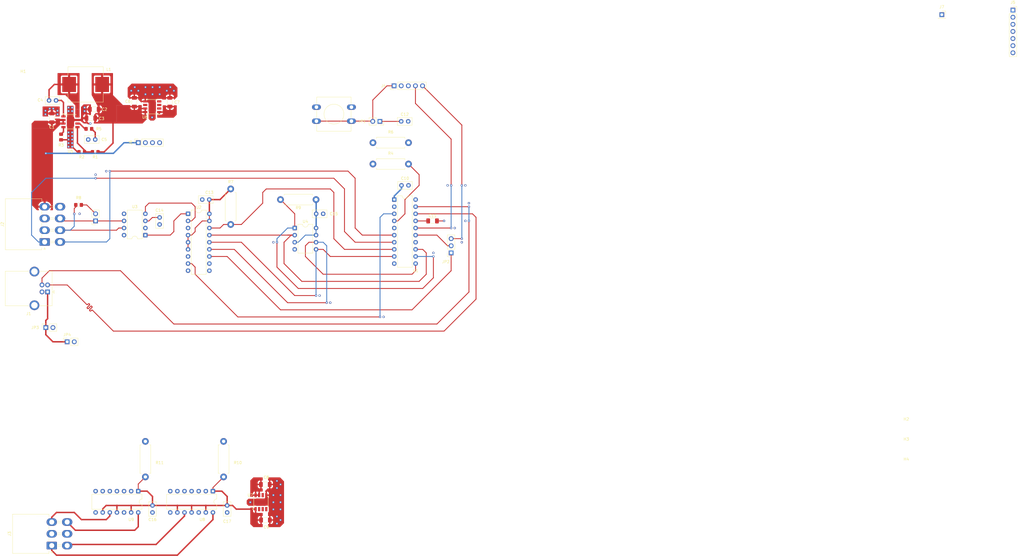
<source format=kicad_pcb>
(kicad_pcb (version 20241229) (generator "pcbnew") (generator_version "9.0")
  (layers (0 "F.Cu" signal) (4 "In1.Cu" signal) (6 "In2.Cu" signal) (2 "B.Cu" power) (13 "F.Paste" user) (15 "B.Paste" user) (5 "F.SilkS" user "F.Silkscreen") (7 "B.SilkS" user "B.Silkscreen") (1 "F.Mask" user) (3 "B.Mask" user) (25 "Edge.Cuts" user))
  (net 0 "")
  (net 1 "+12V")
  (net 2 "GND")
  (net 3 "+6.5V")
  (net 4 "Net-(U5-BST)")
  (net 5 "Net-(U5-SW)")
  (net 6 "Net-(C5-Pad2)")
  (net 7 "+5V")
  (net 8 "+5VA")
  (net 9 "Net-(U1-Vusb3v3)")
  (net 10 "Net-(JP1-A)")
  (net 12 "/USB_D+")
  (net 13 "VBUS")
  (net 15 "/USB_D-")
  (net 16 "/CAN_L")
  (net 17 "/Tach")
  (net 18 "/Speed")
  (net 19 "/CAN_H")
  (net 20 "/AN1")
  (net 21 "/AN4")
  (net 22 "/AN2")
  (net 23 "/AN3")
  (net 24 "/ICSP_~{MCLR}")
  (net 25 "/ICSP_CLK")
  (net 26 "/ICSP_DAT")
  (net 27 "/DAC1_~{CS}")
  (net 28 "/MISO")
  (net 29 "/ROM_~{CS}")
  (net 30 "/DAC2_~{CS}")
  (net 31 "/SCK")
  (net 32 "/MOSI")
  (net 33 "/CAN_~{CS}")
  (net 34 "/INT")
  (net 35 "Net-(JP5-B)")
  (net 36 "Net-(U5-FB)")
  (net 37 "Net-(U5-RT{slash}CLK)")
  (net 38 "/~{MCLR}")
  (net 39 "Net-(U5-COMP)")
  (net 41 "/CLK")
  (net 42 "/CAN_RX")
  (net 47 "/CAN_TX")
  (net 66 "/INT{slash}ICSP_CLK")
  (footprint "Connector_PinSocket_2.54mm:PinSocket_1x02_P2.54mm_Vertical" (layer "F.Cu") (at 55.88 134.62 180)
    (property "Reference" "JP5" (hide yes))
    (property "Value" "Term")
  )
  (footprint "Package_DIP:DIP-14_W7.62mm" (layer "F.Cu") (at 97.79 231.14 -90)
    (property "Reference" "U8")
    (property "Value" "MCP4912" (hide yes))
  )
  (footprint "Capacitor_THT:C_Disc_D5.0mm_W2.5mm_P2.50mm" (layer "F.Cu") (at 137.16 132.08 180)
    (property "Reference" "C15")
    (property "Value" "100n" (hide yes))
  )
  (footprint "Connector_PinSocket_2.54mm:PinSocket_1x02_P2.54mm_Vertical" (layer "F.Cu") (at 38.1 172.72 90)
    (property "Reference" "JP3")
    (property "Value" "USB_PWR")
  )
  (footprint "Capacitor_THT:C_Disc_D5.0mm_W2.5mm_P2.50mm" (layer "F.Cu") (at 93.98 127)
    (property "Reference" "C13")
    (property "Value" "100n" (hide yes))
  )
  (footprint "Connector_PinHeader_2.54mm:PinHeader_1x05_P2.54mm_Vertical" (layer "F.Cu") (at 162.5 86.36 90)
    (property "Reference" "J4")
    (property "Value" "ICSP")
  )
  (footprint "Capacitor_THT:C_Disc_D5.0mm_W2.5mm_P2.50mm" (layer "F.Cu") (at 76.2 236.26 -90)
    (property "Reference" "C16")
    (property "Value" "100n" (hide yes))
  )
  (footprint "Connector_PinSocket_2.54mm:PinSocket_1x03_P2.54mm_Vertical" (layer "F.Cu") (at 182.88 146.035 180)
    (property "Reference" "JP2")
    (property "Value" "Prog")
  )
  (footprint "Connector_PinSocket_2.54mm:PinSocket_1x07_P2.54mm_Vertical" (layer "F.Cu") (at 383.54 59.33)
    (property "Reference" "J5")
    (property "Value" "SPI debug")
  )
  (footprint "Resistor_SMD:R_0805_2012Metric_Pad1.20x1.40mm_HandSolder" (layer "F.Cu") (at 49.8 128.905 180)
    (property "Reference" "R8")
    (property "Value" "120" (hide yes))
  )
  (footprint "Resistor_SMD:R_0805_2012Metric_Pad1.20x1.40mm_HandSolder" (layer "F.Cu") (at 55.745 110)
    (property "Reference" "R1")
    (property "Value" "73k2" (hide yes))
  )
  (footprint "Connector_PinSocket_2.54mm:PinSocket_1x02_P2.54mm_Vertical" (layer "F.Cu") (at 157.42 99.06 -90)
    (property "Reference" "JP1")
    (property "Value" "~{Prog}")
  )
  (footprint "Capacitor_THT:C_Disc_D5.0mm_W2.5mm_P2.50mm" (layer "F.Cu") (at 39.255 91.585)
    (property "Reference" "C4")
    (property "Value" "100n" (hide yes))
  )
  (footprint "Capacitor_THT:C_Disc_D5.0mm_W2.5mm_P2.50mm" (layer "F.Cu") (at 165.04 99.06)
    (property "Reference" "C12")
    (property "Value" "100n" (hide yes))
  )
  (footprint "Capacitor_SMD:C_1206_3216Metric_Pad1.33x1.80mm_HandSolder" (layer "F.Cu") (at 176.2375 134.62)
    (property "Reference" "C11")
    (property "Value" "1u" (hide yes))
  )
  (footprint "Package_DIP:DIP-8_W7.62mm" (layer "F.Cu") (at 127 137.16)
    (property "Reference" "U4")
    (property "Value" "25LC160C" (hide yes))
  )
  (footprint "Resistor_THT:R_Axial_DIN0411_L9.9mm_D3.6mm_P12.70mm_Horizontal" (layer "F.Cu") (at 101.6 226.06 90)
    (property "Reference" "R10")
    (property "Value" "10k" (hide yes))
  )
  (footprint "Capacitor_SMD:C_1206_3216Metric_Pad1.33x1.80mm_HandSolder" (layer "F.Cu") (at 69.715 92.22 90)
    (property "Reference" "C6")
    (property "Value" "22u" (hide yes))
  )
  (footprint "Capacitor_THT:C_Disc_D5.0mm_W2.5mm_P2.50mm" (layer "F.Cu") (at 53.245 105.555)
    (property "Reference" "C5")
    (property "Value" "100n" (hide yes))
  )
  (footprint "Resistor_SMD:R_0805_2012Metric_Pad1.20x1.40mm_HandSolder" (layer "F.Cu") (at 43.553 104.65 -90)
    (property "Reference" "R3")
    (property "Value" "50k" (hide yes))
  )
  (footprint "Button_Switch_THT:SW_PUSH-12mm" (layer "F.Cu") (at 134.76 93.98)
    (property "Reference" "SW1" (hide yes))
    (property "Value" "Reset")
  )
  (footprint "Resistor_SMD:R_0805_2012Metric_Pad1.20x1.40mm_HandSolder" (layer "F.Cu") (at 50.935 110)
    (property "Reference" "R2")
    (property "Value" "10k" (hide yes))
  )
  (footprint "Connector_Molex:Molex_Mini-Fit_Jr_5569-06A2_2x03_P4.20mm_Horizontal" (layer "F.Cu") (at 40.22 250.58 90)
    (property "Reference" "J3")
    (property "Value" "Analog")
  )
  (footprint "Resistor_THT:R_Axial_DIN0411_L9.9mm_D3.6mm_P12.70mm_Horizontal" (layer "F.Cu") (at 73.66 226.06 90)
    (property "Reference" "R11")
    (property "Value" "10k" (hide yes))
  )
  (footprint "Connector_Molex:Molex_Mini-Fit_Jr_5569-08A2_2x04_P4.20mm_Horizontal" (layer "F.Cu") (at 37.68 142.14 90)
    (property "Reference" "J2")
    (property "Value" "Conn_02x04_Top_Bottom" (hide yes))
  )
  (footprint "Capacitor_THT:C_Disc_D5.0mm_W2.5mm_P2.50mm" (layer "F.Cu") (at 78.74 135.89 90)
    (property "Reference" "C14")
    (property "Value" "100n" (hide yes))
  )
  (footprint "Resistor_SMD:R_0805_2012Metric_Pad1.20x1.40mm_HandSolder" (layer "F.Cu") (at 53.475 101.745 180)
    (property "Reference" "R5")
    (property "Value" "12k" (hide yes))
  )
  (footprint "Package_DIP:DIP-14_W7.62mm" (layer "F.Cu") (at 71.12 231.14 -90)
    (property "Reference" "U9")
    (property "Value" "MCP4912" (hide yes))
  )
  (footprint "Connector_USB:USB_B_OST_USB-B1HSxx_Horizontal" (layer "F.Cu") (at 38.735 159.98 180)
    (property "Reference" "J1")
    (property "Value" "USB_B")
  )
  (footprint "Capacitor_SMD:C_1206_3216Metric_Pad1.33x1.80mm_HandSolder" (layer "F.Cu") (at 116.4975 228.75875)
    (property "Reference" "C8")
    (property "Value" "22u" (hide yes))
  )
  (footprint "MountingHole:MountingHole_3.2mm_M3_DIN965" (layer "F.Cu") (at 345.44 209.22)
    (property "Reference" "H2")
    (property "Value" "MountingHole")
  )
  (footprint "MountingHole:MountingHole_3.2mm_M3_DIN965" (layer "F.Cu") (at 345.44 216.37)
    (property "Reference" "H3")
    (property "Value" "MountingHole")
  )
  (footprint "Package_SO:Diodes_SO-8EP" (layer "F.Cu") (at 114.935 235.06625 90)
    (property "Reference" "U7")
    (property "Value" "AP7375Q" (hide yes))
  )
  (footprint "MountingHole:MountingHole_3.2mm_M3_DIN965" (layer "F.Cu") (at 345.44 223.52)
    (property "Reference" "H4")
    (property "Value" "MountingHole")
  )
  (footprint "Connector_PinSocket_2.54mm:PinSocket_1x04_P2.54mm_Vertical" (layer "F.Cu") (at 71.12 106.68 90)
    (property "Reference" "J6")
    (property "Value" "Conn_01x04_Socket")
  )
  (footprint "Connector_PinSocket_2.54mm:PinSocket_1x02_P2.54mm_Vertical" (layer "F.Cu") (at 45.72 177.8 90)
    (property "Reference" "JP4")
    (property "Value" "USB_PWR" (hide yes))
  )
  (footprint "Capacitor_SMD:C_1206_3216Metric_Pad1.33x1.80mm_HandSolder" (layer "F.Cu") (at 40.251 97.808 90)
    (property "Reference" "C1")
    (property "Value" "22u" (hide yes))
  )
  (footprint "Package_DIP:DIP-20_W7.62mm" (layer "F.Cu") (at 162.56 127)
    (property "Reference" "U1")
    (property "Value" "PIC16F1459-IP" (hide yes))
  )
  (footprint "Package_SO:Diodes_SO-8EP" (layer "F.Cu") (at 46.8975 99.205)
    (property "Reference" "U5")
    (property "Value" "AP64100Q" (hide yes))
  )
  (footprint "Resistor_THT:R_Axial_DIN0411_L9.9mm_D3.6mm_P12.70mm_Horizontal" (layer "F.Cu") (at 134.62 127 180)
    (property "Reference" "R9")
    (property "Value" "10k")
  )
  (footprint "Inductor_SMD:L_Wuerth_WE-PD-Typ-LS_Handsoldering" (layer "F.Cu") (at 52.316 85.87)
    (property "Reference" "L1")
    (property "Value" "15u" (hide yes))
  )
  (footprint "Package_DIP:DIP-18_W7.62mm" (layer "F.Cu") (at 88.9 132.08)
    (property "Reference" "U2")
    (property "Value" "MCP2515-I/P" (hide yes))
  )
  (footprint "Capacitor_SMD:C_1206_3216Metric_Pad1.33x1.80mm_HandSolder" (layer "F.Cu") (at 54.1825 97.935)
    (property "Reference" "C3")
    (property "Value" "22u" (hide yes))
  )
  (footprint "Resistor_THT:R_Axial_DIN0411_L9.9mm_D3.6mm_P12.70mm_Horizontal" (layer "F.Cu") (at 104.14 123.19 -90)
    (property "Reference" "R7")
    (property "Value" "10k" (hide yes))
  )
  (footprint "Capacitor_THT:C_Disc_D5.0mm_W2.5mm_P2.50mm" (layer "F.Cu") (at 165.14 121.92)
    (property "Reference" "C10")
    (property "Value" "100n" (hide yes))
  )
  (footprint "Capacitor_SMD:C_1206_3216Metric_Pad1.33x1.80mm_HandSolder" (layer "F.Cu") (at 55.4025 94.76)
    (property "Reference" "C2")
    (property "Value" "22u" (hide yes))
  )
  (footprint "Resistor_THT:R_Axial_DIN0411_L9.9mm_D3.6mm_P12.70mm_Horizontal" (layer "F.Cu") (at 167.64 106.68 180)
    (property "Reference" "R6")
    (property "Value" "10k" (hide yes))
  )
  (footprint "Capacitor_SMD:C_1206_3216Metric_Pad1.33x1.80mm_HandSolder" (layer "F.Cu") (at 116.5475 241.45875)
    (property "Reference" "C9")
    (property "Value" "22u" (hide yes))
  )
  (footprint "MountingHole:MountingHole_3.2mm_M3_DIN965" (layer "F.Cu") (at 30 85)
    (property "Reference" "H1")
    (property "Value" "MountingHole")
  )
  (footprint "Connector_PinSocket_2.54mm:PinSocket_1x01_P2.54mm_Vertical" (layer "F.Cu") (at 358.14 60.96)
    (property "Reference" "J7")
    (property "Value" "Conn_01x01_Socket")
  )
  (footprint "Package_DIP:DIP-8_W7.62mm" (layer "F.Cu") (at 73.66 139.7 180)
    (property "Reference" "U3")
    (property "Value" "MCP2561-E-P" (hide yes))
  )
  (footprint "Capacitor_THT:C_Disc_D5.0mm_W2.5mm_P2.50mm" (layer "F.Cu") (at 102.87 236.26 -90)
    (property "Reference" "C17")
    (property "Value" "100n" (hide yes))
  )
  (footprint "Capacitor_SMD:C_1206_3216Metric_Pad1.33x1.80mm_HandSolder" (layer "F.Cu") (at 82.415 92.22 90)
    (property "Reference" "C7")
    (property "Value" "22u" (hide yes))
  )
  (footprint "Package_SO:Diodes_SO-8EP" (layer "F.Cu") (at 76.1075 93.8325 180)
    (property "Reference" "U6")
    (property "Value" "AP7375Q" (hide yes))
  )
  (footprint "Resistor_THT:R_Axial_DIN0411_L9.9mm_D3.6mm_P12.70mm_Horizontal" (layer "F.Cu") (at 154.94 114.3)
    (property "Reference" "R4")
    (property "Value" "220" (hide yes))
  )
  (via (at 38.1 110.49) (size 0.8128) (drill 0.4) (layers "F.Cu" "B.Cu") (net 1))
  (segment (start 38.1 110.49) (end 62.23 110.49) (width 0.508) (layer "B.Cu") (net 1))
  (segment (start 62.23 110.49) (end 66.04 106.68) (width 0.508) (layer "B.Cu") (net 1))
  (segment (start 66.04 106.68) (end 71.12 106.68) (width 0.508) (layer "B.Cu") (net 1))
  (segment (start 49.395 110) (end 47.49 108.095) (width 0.508) (layer "F.Cu") (net 2))
  (segment (start 53.967 99.84) (end 53.205 99.84) (width 0.508) (layer "F.Cu") (net 2))
  (segment (start 46.125 105.65) (end 46.22 105.555) (width 0.508) (layer "F.Cu") (net 2))
  (segment (start 53.205 99.84) (end 52.62 99.255) (width 0.508) (layer "F.Cu") (net 2))
  (segment (start 52.62 99.255) (end 52.62 97.935) (width 0.508) (layer "F.Cu") (net 2))
  (segment (start 177.8 134.62) (end 180.34 134.62) (width 0.3048) (layer "F.Cu") (net 2))
  (segment (start 49.935 110) (end 49.395 110) (width 0.508) (layer "F.Cu") (net 2))
  (segment (start 43.553 105.65) (end 46.125 105.65) (width 0.508) (layer "F.Cu") (net 2))
  (via (at 121.92 232.56875) (size 0.8128) (drill 0.4) (layers "F.Cu" "B.Cu") (net 2))
  (via (at 119.38 142.24) (size 0.8128) (drill 0.4) (layers "F.Cu" "B.Cu") (net 2))
  (via (at 180.34 134.62) (size 0.8128) (drill 0.4) (layers "F.Cu" "B.Cu") (net 2))
  (via (at 39.489 94.506) (size 0.8128) (drill 0.4) (layers "F.Cu" "B.Cu") (net 2))
  (via (at 47.49 108.095) (size 0.8128) (drill 0.4) (layers "F.Cu" "B.Cu") (net 2))
  (via (at 76.22375 89.3875) (size 0.8128) (drill 0.4) (layers "F.Cu" "B.Cu") (net 2))
  (via (at 46.22 108.095) (size 0.8128) (drill 0.4) (layers "F.Cu" "B.Cu") (net 2))
  (via (at 59.69 116.84) (size 0.8128) (drill 0.4) (layers "F.Cu" "B.Cu") (net 2))
  (via (at 120.65 227.48875) (size 0.8128) (drill 0.4) (layers "F.Cu" "B.Cu") (net 2))
  (via (at 46.22 95.395) (size 0.8128) (drill 0.4) (layers "F.Cu" "B.Cu") (net 2))
  (via (at 68.60375 88.1175) (size 0.8128) (drill 0.4) (layers "F.Cu" "B.Cu") (net 2))
  (via (at 119.38 232.56875) (size 0.8128) (drill 0.4) (layers "F.Cu" "B.Cu") (net 2))
  (via (at 78.76375 86.8475) (size 0.8128) (drill 0.4) (layers "F.Cu" "B.Cu") (net 2))
  (via (at 46.22 104.285) (size 0.8128) (drill 0.4) (layers "F.Cu" "B.Cu") (net 2))
  (via (at 78.76375 89.3875) (size 0.8128) (drill 0.4) (layers "F.Cu" "B.Cu") (net 2))
  (via (at 120.65 242.72875) (size 0.8128) (drill 0.4) (layers "F.Cu" "B.Cu") (net 2))
  (via (at 51.935 94.125) (size 0.8128) (drill 0.4) (layers "F.Cu" "B.Cu") (net 2))
  (via (at 186.69 142.24) (size 0.8128) (drill 0.4) (layers "F.Cu" "B.Cu") (net 2))
  (via (at 83.84375 88.1175) (size 0.8128) (drill 0.4) (layers "F.Cu" "B.Cu") (net 2))
  (via (at 47.49 95.395) (size 0.8128) (drill 0.4) (layers "F.Cu" "B.Cu") (net 2))
  (via (at 121.92 241.45875) (size 0.8128) (drill 0.4) (layers "F.Cu" "B.Cu") (net 2))
  (via (at 73.68375 89.3875) (size 0.8128) (drill 0.4) (layers "F.Cu" "B.Cu") (net 2))
  (via (at 47.49 106.825) (size 0.8128) (drill 0.4) (layers "F.Cu" "B.Cu") (net 2))
  (via (at 120.65 240.18875) (size 0.8128) (drill 0.4) (layers "F.Cu" "B.Cu") (net 2))
  (via (at 37.965 96.538) (size 0.8128) (drill 0.4) (layers "F.Cu" "B.Cu") (net 2))
  (via (at 71.14375 88.1175) (size 0.8128) (drill 0.4) (layers "F.Cu" "B.Cu") (net 2))
  (via (at 55.88 118.11) (size 0.8128) (drill 0.4) (layers "F.Cu" "B.Cu") (net 2))
  (via (at 120.65 230.02875) (size 0.8128) (drill 0.4) (layers "F.Cu" "B.Cu") (net 2))
  (via (at 181.61 121.92) (size 0.8128) (drill 0.4) (layers "F.Cu" "B.Cu") (net 2))
  (via (at 47.49 105.555) (size 0.8128) (drill 0.4) (layers "F.Cu" "B.Cu") (net 2))
  (via (at 189.23 128.27) (size 0.8128) (drill 0.4) (layers "F.Cu" "B.Cu") (net 2))
  (via (at 50.165 132.08) (size 0.8128) (drill 0.4) (layers "F.Cu" "B.Cu") (net 2))
  (via (at 158.75 168.91) (size 0.8128) (drill 0.4) (layers "F.Cu" "B.Cu") (net 2))
  (via (at 187.96 121.92) (size 0.8128) (drill 0.4) (layers "F.Cu" "B.Cu") (net 2))
  (via (at 53.967 99.84) (size 0.8128) (drill 0.4) (layers "F.Cu" "B.Cu") (net 2))
  (via (at 37.965 95.268) (size 0.8128) (drill 0.4) (layers "F.Cu" "B.Cu") (net 2))
  (via (at 119.38 237.64875) (size 0.8128) (drill 0.4) (layers "F.Cu" "B.Cu") (net 2))
  (via (at 47.49 104.285) (size 0.8128) (drill 0.4) (layers "F.Cu" "B.Cu") (net 2))
  (via (at 184.15 137.16) (size 0.8128) (drill 0.4) (layers "F.Cu" "B.Cu") (net 2))
  (via (at 119.38 235.10875) (size 0.8128) (drill 0.4) (layers "F.Cu" "B.Cu") (net 2))
  (via (at 76.22375 86.8475) (size 0.8128) (drill 0.4) (layers "F.Cu" "B.Cu") (net 2))
  (via (at 121.92 228.75875) (size 0.8128) (drill 0.4) (layers "F.Cu" "B.Cu") (net 2))
  (via (at 51.935 95.395) (size 0.8128) (drill 0.4) (layers "F.Cu" "B.Cu") (net 2))
  (via (at 42.283 95.268) (size 0.8128) (drill 0.4) (layers "F.Cu" "B.Cu") (net 2))
  (via (at 46.22 106.825) (size 0.8128) (drill 0.4) (layers "F.Cu" "B.Cu") (net 2))
  (via (at 42.283 96.538) (size 0.8128) (drill 0.4) (layers "F.Cu" "B.Cu") (net 2))
  (via (at 135.89 161.29) (size 0.8128) (drill 0.4) (layers "F.Cu" "B.Cu") (net 2))
  (via (at 121.92 235.10875) (size 0.8128) (drill 0.4) (layers "F.Cu" "B.Cu") (net 2))
  (via (at 46.22 105.555) (size 0.8128) (drill 0.4) (layers "F.Cu" "B.Cu") (net 2))
  (via (at 139.7 163.83) (size 0.8128) (drill 0.4) (layers "F.Cu" "B.Cu") (net 2))
  (via (at 82.57375 86.8475) (size 0.8128) (drill 0.4) (layers "F.Cu" "B.Cu") (net 2))
  (via (at 69.87375 86.8475) (size 0.8128) (drill 0.4) (layers "F.Cu" "B.Cu") (net 2))
  (via (at 40.759 94.506) (size 0.8128) (drill 0.4) (layers "F.Cu" "B.Cu") (net 2))
  (via (at 76.065 97.6425) (size 0.8128) (drill 0.4) (layers "F.Cu" "B.Cu") (net 2))
  (via (at 187.96 134.62) (size 0.8128) (drill 0.4) (layers "F.Cu" "B.Cu") (net 2))
  (via (at 46.22 103.015) (size 0.8128) (drill 0.4) (layers "F.Cu" "B.Cu") (net 2))
  (via (at 46.22 94.125) (size 0.8128) (drill 0.4) (layers "F.Cu" "B.Cu") (net 2))
  (via (at 121.92 237.64875) (size 0.8128) (drill 0.4) (layers "F.Cu" "B.Cu") (net 2))
  (via (at 47.49 103.015) (size 0.8128) (drill 0.4) (layers "F.Cu" "B.Cu") (net 2))
  (via (at 81.30375 88.1175) (size 0.8128) (drill 0.4) (layers "F.Cu" "B.Cu") (net 2))
  (via (at 73.68375 86.8475) (size 0.8128) (drill 0.4) (layers "F.Cu" "B.Cu") (net 2))
  (via (at 176.53 146.05) (size 0.8128) (drill 0.4) (layers "F.Cu" "B.Cu") (net 2))
  (via (at 111.125 235.10875) (size 0.8128) (drill 0.4) (layers "F.Cu" "B.Cu") (net 2))
  (via (at 47.49 94.125) (size 0.8128) (drill 0.4) (layers "F.Cu" "B.Cu") (net 2))
  (segment (start 60.825 97.935) (end 55.745 97.935) (width 0.508) (layer "F.Cu") (net 3))
  (segment (start 62.095 106.825) (end 62.095 99.205) (width 0.508) (layer "F.Cu") (net 3))
  (segment (start 62.095 99.205) (end 60.825 97.935) (width 0.508) (layer "F.Cu") (net 3))
  (segment (start 56.745 110) (end 58.92 110) (width 0.508) (layer "F.Cu") (net 3))
  (segment (start 58.92 110) (end 62.095 106.825) (width 0.508) (layer "F.Cu") (net 3))
  (segment (start 44.4 97.3) (end 44.4 92.305) (width 0.508) (layer "F.Cu") (net 4))
  (segment (start 44.4 92.305) (end 43.68 91.585) (width 0.508) (layer "F.Cu") (net 4))
  (segment (start 43.68 91.585) (end 41.755 91.585) (width 0.508) (layer "F.Cu") (net 4))
  (segment (start 39.255 91.585) (end 39.255 87.755) (width 0.508) (layer "F.Cu") (net 5))
  (segment (start 41.14 85.87) (end 46.416 85.87) (width 0.508) (layer "F.Cu") (net 5))
  (segment (start 39.255 87.755) (end 41.14 85.87) (width 0.508) (layer "F.Cu") (net 5))
  (segment (start 55.745 103.015) (end 54.475 101.745) (width 0.508) (layer "F.Cu") (net 6))
  (segment (start 55.745 105.555) (end 55.745 103.015) (width 0.508) (layer "F.Cu") (net 6))
  (segment (start 74.93 134.62) (end 76.16 133.39) (width 0.3048) (layer "F.Cu") (net 7))
  (segment (start 91.44 138.43) (end 91.44 137.16) (width 0.3048) (layer "F.Cu") (net 7))
  (segment (start 96.52 127.04) (end 96.48 127) (width 0.508) (layer "F.Cu") (net 7))
  (segment (start 73.66 134.62) (end 74.93 134.62) (width 0.3048) (layer "F.Cu") (net 7))
  (segment (start 91.44 137.16) (end 93.98 134.62) (width 0.3048) (layer "F.Cu") (net 7))
  (segment (start 96.52 134.62) (end 96.52 132.08) (width 0.3048) (layer "F.Cu") (net 7))
  (segment (start 90.17 139.7) (end 91.44 138.43) (width 0.3048) (layer "F.Cu") (net 7))
  (segment (start 88.9 139.7) (end 90.17 139.7) (width 0.3048) (layer "F.Cu") (net 7))
  (segment (start 88.9 144.78) (end 88.9 139.7) (width 0.3048) (layer "F.Cu") (net 7))
  (segment (start 96.52 132.08) (end 96.52 127.04) (width 0.508) (layer "F.Cu") (net 7))
  (segment (start 96.48 127) (end 100.33 127) (width 0.508) (layer "F.Cu") (net 7))
  (segment (start 93.98 134.62) (end 96.52 134.62) (width 0.3048) (layer "F.Cu") (net 7))
  (segment (start 76.16 133.39) (end 78.74 133.39) (width 0.3048) (layer "F.Cu") (net 7))
  (segment (start 100.33 127) (end 104.14 123.19) (width 0.508) (layer "F.Cu") (net 7))
  (segment (start 130.81 139.7) (end 128.27 142.24) (width 0.3048) (layer "B.Cu") (net 7))
  (segment (start 134.62 127) (end 134.62 128.27) (width 0.508) (layer "B.Cu") (net 7))
  (segment (start 134.62 128.27) (end 134.66 128.31) (width 0.508) (layer "B.Cu") (net 7))
  (segment (start 134.66 137.12) (end 134.62 137.16) (width 0.508) (layer "B.Cu") (net 7))
  (segment (start 134.66 128.31) (end 134.66 132.08) (width 0.508) (layer "B.Cu") (net 7))
  (segment (start 134.66 132.08) (end 134.66 137.12) (width 0.508) (layer "B.Cu") (net 7))
  (segment (start 165.14 123.15) (end 165.14 121.92) (width 0.508) (layer "B.Cu") (net 7))
  (segment (start 134.62 139.7) (end 134.62 137.16) (width 0.3048) (layer "B.Cu") (net 7))
  (segment (start 162.56 125.73) (end 165.14 123.15) (width 0.508) (layer "B.Cu") (net 7))
  (segment (start 162.56 127) (end 162.56 125.73) (width 0.508) (layer "B.Cu") (net 7))
  (segment (start 128.27 142.24) (end 127 142.24) (width 0.3048) (layer "B.Cu") (net 7))
  (segment (start 134.62 139.7) (end 130.81 139.7) (width 0.3048) (layer "B.Cu") (net 7))
  (segment (start 90.17 238.76) (end 90.17 236.26) (width 0.508) (layer "F.Cu") (net 8))
  (segment (start 95.25 238.76) (end 95.25 236.26) (width 0.508) (layer "F.Cu") (net 8))
  (segment (start 85.09 236.26) (end 76.2 236.26) (width 0.508) (layer "F.Cu") (net 8))
  (segment (start 113.03 237.56375) (end 106.11875 237.56375) (width 0.508) (layer "F.Cu") (net 8))
  (segment (start 100.965 231.14) (end 102.87 233.045) (width 0.508) (layer "F.Cu") (net 8))
  (segment (start 68.58 238.76) (end 68.58 236.26) (width 0.508) (layer "F.Cu") (net 8))
  (segment (start 102.87 236.26) (end 95.25 236.26) (width 0.508) (layer "F.Cu") (net 8))
  (segment (start 102.87 233.045) (end 102.87 236.26) (width 0.508) (layer "F.Cu") (net 8))
  (segment (start 71.12 231.14) (end 74.295 231.14) (width 0.508) (layer "F.Cu") (net 8))
  (segment (start 97.79 231.14) (end 100.965 231.14) (width 0.508) (layer "F.Cu") (net 8))
  (segment (start 90.17 236.26) (end 85.09 236.26) (width 0.508) (layer "F.Cu") (net 8))
  (segment (start 74.295 231.14) (end 76.2 233.045) (width 0.508) (layer "F.Cu") (net 8))
  (segment (start 58.42 237.49) (end 58.42 238.76) (width 0.508) (layer "F.Cu") (net 8))
  (segment (start 63.5 236.26) (end 59.65 236.26) (width 0.508) (layer "F.Cu") (net 8))
  (segment (start 95.25 236.26) (end 90.17 236.26) (width 0.508) (layer "F.Cu") (net 8))
  (segment (start 71.12 228.6) (end 71.12 231.14) (width 0.3048) (layer "F.Cu") (net 8))
  (segment (start 76.2 236.26) (end 68.58 236.26) (width 0.508) (layer "F.Cu") (net 8))
  (segment (start 73.66 226.06) (end 71.12 228.6) (width 0.3048) (layer "F.Cu") (net 8))
  (segment (start 68.58 236.26) (end 63.5 236.26) (width 0.508) (layer "F.Cu") (net 8))
  (segment (start 106.11875 237.56375) (end 104.815 236.26) (width 0.508) (layer "F.Cu") (net 8))
  (segment (start 85.09 238.76) (end 85.09 236.26) (width 0.508) (layer "F.Cu") (net 8))
  (segment (start 104.815 236.26) (end 102.87 236.26) (width 0.508) (layer "F.Cu") (net 8))
  (segment (start 59.65 236.26) (end 58.42 237.49) (width 0.508) (layer "F.Cu") (net 8))
  (segment (start 63.5 238.76) (end 63.5 236.26) (width 0.508) (layer "F.Cu") (net 8))
  (segment (start 97.79 229.87) (end 97.79 231.14) (width 0.3048) (layer "F.Cu") (net 8))
  (segment (start 76.2 233.045) (end 76.2 236.26) (width 0.508) (layer "F.Cu") (net 8))
  (segment (start 101.6 226.06) (end 97.79 229.87) (width 0.3048) (layer "F.Cu") (net 8))
  (segment (start 170.18 134.62) (end 174.675 134.62) (width 0.3048) (layer "F.Cu") (net 9))
  (segment (start 157.42 99.06) (end 165.04 99.06) (width 0.3048) (layer "F.Cu") (net 10))
  (segment (start 36.735 155.035) (end 39.37 152.4) (width 0.3048) (layer "F.Cu") (net 12))
  (segment (start 39.37 152.4) (end 64.77 152.4) (width 0.3048) (layer "F.Cu") (net 12))
  (segment (start 177.799999 171.45) (end 189.23 160.019999) (width 0.3048) (layer "F.Cu") (net 12))
  (segment (start 83.82 171.45) (end 177.799999 171.45) (width 0.3048) (layer "F.Cu") (net 12))
  (segment (start 64.77 152.4) (end 83.82 171.45) (width 0.3048) (layer "F.Cu") (net 12))
  (segment (start 189.23 160.019999) (end 189.23 134.62) (width 0.3048) (layer "F.Cu") (net 12))
  (segment (start 170.18 129.54) (end 189.23 129.54) (width 0.3048) (layer "F.Cu") (net 12))
  (segment (start 36.735 157.48) (end 36.735 155.035) (width 0.3048) (layer "F.Cu") (net 12))
  (via (at 189.23 129.54) (size 0.8128) (drill 0.4) (layers "F.Cu" "B.Cu") (net 12))
  (via (at 189.23 134.62) (size 0.8128) (drill 0.4) (layers "F.Cu" "B.Cu") (net 12))
  (segment (start 189.23 129.54) (end 189.23 134.62) (width 0.3048) (layer "B.Cu") (net 12))
  (segment (start 38.1 170.18) (end 38.1 172.72) (width 0.508) (layer "F.Cu") (net 13))
  (segment (start 40.64 177.8) (end 45.72 177.8) (width 0.508) (layer "F.Cu") (net 13))
  (segment (start 38.1 175.26) (end 40.64 177.8) (width 0.508) (layer "F.Cu") (net 13))
  (segment (start 38.735 169.545) (end 38.1 170.18) (width 0.508) (layer "F.Cu") (net 13))
  (segment (start 38.1 172.72) (end 38.1 175.26) (width 0.508) (layer "F.Cu") (net 13))
  (segment (start 38.735 159.98) (end 38.735 169.545) (width 0.508) (layer "F.Cu") (net 13))
  (segment (start 58.469419 170.229419) (end 62.23 173.99) (width 0.3048) (layer "F.Cu") (net 15))
  (segment (start 54.170575 165.930575) (end 53.998154 166.102995) (width 0.3048) (layer "F.Cu") (net 15))
  (segment (start 62.23 173.99) (end 180.34 173.99) (width 0.3048) (layer "F.Cu") (net 15))
  (segment (start 38.735 157.48) (end 45.72 157.48) (width 0.3048) (layer "F.Cu") (net 15))
  (segment (start 53.480893 164.896052) (end 53.308472 165.068473) (width 0.3048) (layer "F.Cu") (net 15))
  (segment (start 54.564949 165.536204) (end 54.170575 165.930575) (width 0.3048) (layer "F.Cu") (net 15))
  (segment (start 54.860257 166.620257) (end 58.469419 170.229419) (width 0.3048) (layer "F.Cu") (net 15))
  (segment (start 190.5 132.08) (end 170.18 132.08) (width 0.3048) (layer "F.Cu") (net 15))
  (segment (start 191.77 133.35) (end 190.5 132.08) (width 0.3048) (layer "F.Cu") (net 15))
  (segment (start 54.207269 166.755984) (end 54.429205 166.534047) (width 0.3048) (layer "F.Cu") (net 15))
  (segment (start 180.34 173.99) (end 191.77 162.56) (width 0.3048) (layer "F.Cu") (net 15))
  (segment (start 53.049842 164.465001) (end 53.271777 164.243063) (width 0.3048) (layer "F.Cu") (net 15))
  (segment (start 53.616619 164.243063) (end 53.702829 164.329273) (width 0.3048) (layer "F.Cu") (net 15))
  (segment (start 54.774047 166.534047) (end 54.860257 166.620257) (width 0.3048) (layer "F.Cu") (net 15))
  (segment (start 52.914117 165.80767) (end 53.000327 165.89388) (width 0.3048) (layer "F.Cu") (net 15))
  (segment (start 53.308473 165.068473) (end 52.914117 165.462828) (width 0.3048) (layer "F.Cu") (net 15))
  (segment (start 54.478739 165.105152) (end 54.564949 165.191362) (width 0.3048) (layer "F.Cu") (net 15))
  (segment (start 53.702829 164.674115) (end 53.480893 164.896052) (width 0.3048) (layer "F.Cu") (net 15))
  (segment (start 53.308472 165.068473) (end 53.308473 165.068473) (width 0.3048) (layer "F.Cu") (net 15))
  (segment (start 53.345169 165.89388) (end 53.739524 165.499524) (width 0.3048) (layer "F.Cu") (net 15))
  (segment (start 53.739524 165.499524) (end 54.133895 165.10515) (width 0.3048) (layer "F.Cu") (net 15))
  (segment (start 53.776217 166.669774) (end 53.862427 166.755984) (width 0.3048) (layer "F.Cu") (net 15))
  (segment (start 45.72 157.48) (end 52.705 164.465) (width 0.3048) (layer "F.Cu") (net 15))
  (segment (start 191.77 162.56) (end 191.77 133.35) (width 0.3048) (layer "F.Cu") (net 15))
  (segment (start 53.998154 166.102995) (end 53.776217 166.324932) (width 0.3048) (layer "F.Cu") (net 15))
  (arc (start 54.564949 165.191362) (mid 54.636368 165.363783) (end 54.564949 165.536204) (width 0.3048) (layer "F.Cu") (net 15))
  (arc (start 53.000327 165.89388) (mid 53.172748 165.965299) (end 53.345169 165.89388) (width 0.3048) (layer "F.Cu") (net 15))
  (arc (start 54.429205 166.534047) (mid 54.601626 166.462628) (end 54.774047 166.534047) (width 0.3048) (layer "F.Cu") (net 15))
  (arc (start 53.702829 164.329273) (mid 53.774248 164.501694) (end 53.702829 164.674115) (width 0.3048) (layer "F.Cu") (net 15))
  (arc (start 53.862427 166.755984) (mid 54.034848 166.827403) (end 54.207269 166.755984) (width 0.3048) (layer "F.Cu") (net 15))
  (arc (start 53.271777 164.243063) (mid 53.444198 164.171644) (end 53.616619 164.243063) (width 0.3048) (layer "F.Cu") (net 15))
  (arc (start 53.776217 166.324932) (mid 53.704798 166.497353) (end 53.776217 166.669774) (width 0.3048) (layer "F.Cu") (net 15))
  (arc (start 52.914117 165.462828) (mid 52.842698 165.635249) (end 52.914117 165.80767) (width 0.3048) (layer "F.Cu") (net 15))
  (arc (start 54.133895 165.10515) (mid 54.306318 165.033733) (end 54.478739 165.105152) (width 0.3048) (layer "F.Cu") (net 15))
  (arc (start 52.705 164.465) (mid 52.877422 164.536419) (end 53.049842 164.465001) (width 0.3048) (layer "F.Cu") (net 15))
  (segment (start 44.06 134.62) (end 43.18 133.74) (width 0.3048) (layer "F.Cu") (net 16))
  (segment (start 66.04 134.62) (end 44.06 134.62) (width 0.3048) (layer "F.Cu") (net 16))
  (segment (start 144.78 123.19) (end 140.97 119.38) (width 0.3048) (layer "F.Cu") (net 17))
  (segment (start 140.97 119.38) (end 55.88 119.38) (width 0.3048) (layer "F.Cu") (net 17))
  (segment (start 144.78 138.43) (end 144.78 123.19) (width 0.3048) (layer "F.Cu") (net 17))
  (segment (start 162.56 142.24) (end 148.59 142.24) (width 0.3048) (layer "F.Cu") (net 17))
  (segment (start 148.59 142.24) (end 144.78 138.43) (width 0.3048) (layer "F.Cu") (net 17))
  (via (at 55.88 119.38) (size 0.8128) (drill 0.4) (layers "F.Cu" "B.Cu") (net 17))
  (segment (start 55.88 119.38) (end 38.1 119.38) (width 0.3048) (layer "B.Cu") (net 17))
  (segment (start 35.46 142.14) (end 37.68 142.14) (width 0.3048) (layer "B.Cu") (net 17))
  (segment (start 33.02 139.7) (end 35.46 142.14) (width 0.3048) (layer "B.Cu") (net 17))
  (segment (start 33.02 124.46) (end 33.02 139.7) (width 0.3048) (layer "B.Cu") (net 17))
  (segment (start 38.1 119.38) (end 33.02 124.46) (width 0.3048) (layer "B.Cu") (net 17))
  (segment (start 148.59 119.379999) (end 148.59 137.16) (width 0.3048) (layer "F.Cu") (net 18))
  (segment (start 148.59 137.16) (end 151.13 139.7) (width 0.3048) (layer "F.Cu") (net 18))
  (segment (start 60.96 116.84) (end 146.050001 116.84) (width 0.3048) (layer "F.Cu") (net 18))
  (segment (start 151.13 139.7) (end 162.56 139.7) (width 0.3048) (layer "F.Cu") (net 18))
  (segment (start 146.050001 116.84) (end 148.59 119.379999) (width 0.3048) (layer "F.Cu") (net 18))
  (via (at 60.96 116.84) (size 0.8128) (drill 0.4) (layers "F.Cu" "B.Cu") (net 18))
  (segment (start 60.96 140.97) (end 60.96 116.84) (width 0.3048) (layer "B.Cu") (net 18))
  (segment (start 59.79 142.14) (end 60.96 140.97) (width 0.3048) (layer "B.Cu") (net 18))
  (segment (start 43.18 142.14) (end 59.79 142.14) (width 0.3048) (layer "B.Cu") (net 18))
  (segment (start 48.8 129.635) (end 48.26 130.175) (width 0.3048) (layer "F.Cu") (net 19))
  (segment (start 66.04 137.16) (end 64.135 137.16) (width 0.3048) (layer "F.Cu") (net 19))
  (segment (start 48.8 128.905) (end 48.8 129.635) (width 0.3048) (layer "F.Cu") (net 19))
  (segment (start 48.26 130.175) (end 48.26 132.08) (width 0.3048) (layer "F.Cu") (net 19))
  (segment (start 64.135 137.16) (end 63.355 137.94) (width 0.3048) (layer "F.Cu") (net 19))
  (segment (start 63.355 137.94) (end 43.18 137.94) (width 0.3048) (layer "F.Cu") (net 19))
  (via (at 48.26 132.08) (size 0.8128) (drill 0.4) (layers "F.Cu" "B.Cu") (net 19))
  (segment (start 48.26 132.08) (end 48.26 136.525) (width 0.3048) (layer "B.Cu") (net 19))
  (segment (start 46.845 137.94) (end 43.18 137.94) (width 0.3048) (layer "B.Cu") (net 19))
  (segment (start 48.26 136.525) (end 46.845 137.94) (width 0.3048) (layer "B.Cu") (net 19))
  (segment (start 97.79 238.76) (end 97.79 241.3) (width 0.508) (layer "F.Cu") (net 20))
  (segment (start 85.09 254) (end 41.91 254) (width 0.508) (layer "F.Cu") (net 20))
  (segment (start 40.22 252.31) (end 40.22 250.58) (width 0.508) (layer "F.Cu") (net 20))
  (segment (start 41.91 254) (end 40.22 252.31) (width 0.508) (layer "F.Cu") (net 20))
  (segment (start 97.79 241.3) (end 85.09 254) (width 0.508) (layer "F.Cu") (net 20))
  (segment (start 48.26 238.76) (end 41.91 238.76) (width 0.508) (layer "F.Cu") (net 21))
  (segment (start 50.8 241.3) (end 48.26 238.76) (width 0.508) (layer "F.Cu") (net 21))
  (segment (start 41.91 238.76) (end 40.22 240.45) (width 0.508) (layer "F.Cu") (net 21))
  (segment (start 60.96 240.03) (end 59.69 241.3) (width 0.508) (layer "F.Cu") (net 21))
  (segment (start 40.22 240.45) (end 40.22 242.18) (width 0.508) (layer "F.Cu") (net 21))
  (segment (start 59.69 241.3) (end 50.8 241.3) (width 0.508) (layer "F.Cu") (net 21))
  (segment (start 60.96 238.76) (end 60.96 240.03) (width 0.508) (layer "F.Cu") (net 21))
  (segment (start 87.63 238.76) (end 87.63 240.03) (width 0.508) (layer "F.Cu") (net 22))
  (segment (start 46.11 250.19) (end 45.72 250.58) (width 0.508) (layer "F.Cu") (net 22))
  (segment (start 87.63 240.03) (end 77.47 250.19) (width 0.508) (layer "F.Cu") (net 22))
  (segment (start 77.47 250.19) (end 46.11 250.19) (width 0.508) (layer "F.Cu") (net 22))
  (segment (start 69.85 245.11) (end 48.65 245.11) (width 0.508) (layer "F.Cu") (net 23))
  (segment (start 71.12 238.76) (end 71.12 243.84) (width 0.508) (layer "F.Cu") (net 23))
  (segment (start 48.65 245.11) (end 45.72 242.18) (width 0.508) (layer "F.Cu") (net 23))
  (segment (start 71.12 243.84) (end 69.85 245.11) (width 0.508) (layer "F.Cu") (net 23))
  (segment (start 134.76 98.98) (end 154.8 98.98) (width 0.3048) (layer "F.Cu") (net 24))
  (segment (start 159.96 86.36) (end 162.5 86.36) (width 0.3048) (layer "F.Cu") (net 24))
  (segment (start 154.88 99.06) (end 154.88 91.44) (width 0.3048) (layer "F.Cu") (net 24))
  (segment (start 154.88 91.44) (end 159.96 86.36) (width 0.3048) (layer "F.Cu") (net 24))
  (segment (start 154.8 98.98) (end 154.88 99.06) (width 0.3048) (layer "F.Cu") (net 24))
  (segment (start 186.69 100.39) (end 172.66 86.36) (width 0.3048) (layer "F.Cu") (net 25))
  (segment (start 182.88 140.955) (end 186.675 140.955) (width 0.3048) (layer "F.Cu") (net 25))
  (segment (start 186.675 140.955) (end 186.69 140.97) (width 0.3048) (layer "F.Cu") (net 25))
  (segment (start 186.69 121.92) (end 186.69 100.39) (width 0.3048) (layer "F.Cu") (net 25))
  (via (at 186.69 121.92) (size 0.8128) (drill 0.4) (layers "F.Cu" "B.Cu") (net 25))
  (via (at 186.69 140.97) (size 0.8128) (drill 0.4) (layers "F.Cu" "B.Cu") (net 25))
  (segment (start 186.69 140.97) (end 186.69 121.92) (width 0.3048) (layer "B.Cu") (net 25))
  (segment (start 170.18 137.16) (end 182.88 137.16) (width 0.3048) (layer "F.Cu") (net 26))
  (segment (start 182.88 121.92) (end 182.88 105.41) (width 0.3048) (layer "F.Cu") (net 26))
  (segment (start 182.88 105.41) (end 170.12 92.65) (width 0.3048) (layer "F.Cu") (net 26))
  (segment (start 170.12 92.65) (end 170.12 86.36) (width 0.3048) (layer "F.Cu") (net 26))
  (via (at 182.88 137.16) (size 0.8128) (drill 0.4) (layers "F.Cu" "B.Cu") (net 26))
  (via (at 182.88 121.92) (size 0.8128) (drill 0.4) (layers "F.Cu" "B.Cu") (net 26))
  (segment (start 182.88 137.16) (end 182.88 121.92) (width 0.3048) (layer "B.Cu") (net 26))
  (segment (start 171.45 156.21) (end 129.54 156.21) (width 0.3048) (layer "F.Cu") (net 28))
  (segment (start 127 139.7) (end 96.52 139.7) (width 0.3048) (layer "F.Cu") (net 28))
  (segment (start 124.46 139.7) (end 127 139.7) (width 0.3048) (layer "F.Cu") (net 28))
  (segment (start 173.99 146.05) (end 173.99 153.67) (width 0.3048) (layer "F.Cu") (net 28))
  (segment (start 123.19 149.86) (end 123.19 142.24) (width 0.3048) (layer "F.Cu") (net 28))
  (segment (start 173.99 153.67) (end 171.45 156.21) (width 0.3048) (layer "F.Cu") (net 28))
  (segment (start 129.54 156.21) (end 123.19 149.86) (width 0.3048) (layer "F.Cu") (net 28))
  (segment (start 170.18 144.78) (end 172.72 144.78) (width 0.3048) (layer "F.Cu") (net 28))
  (segment (start 172.72 144.78) (end 173.99 146.05) (width 0.3048) (layer "F.Cu") (net 28))
  (segment (start 123.19 142.24) (end 125.73 139.7) (width 0.3048) (layer "F.Cu") (net 28))
  (segment (start 125.73 139.7) (end 127 139.7) (width 0.3048) (layer "F.Cu") (net 28))
  (segment (start 120.65 151.13) (end 120.65 142.24) (width 0.3048) (layer "F.Cu") (net 29))
  (segment (start 176.53 147.32) (end 176.53 154.94) (width 0.3048) (layer "F.Cu") (net 29))
  (segment (start 128.27 158.75) (end 120.65 151.13) (width 0.3048) (layer "F.Cu") (net 29))
  (segment (start 127 137.16) (end 127 132.08) (width 0.3048) (layer "F.Cu") (net 29))
  (segment (start 176.53 154.94) (end 172.72 158.75) (width 0.3048) (layer "F.Cu") (net 29))
  (segment (start 172.72 158.75) (end 128.27 158.75) (width 0.3048) (layer "F.Cu") (net 29))
  (segment (start 127 132.08) (end 121.92 127) (width 0.3048) (layer "F.Cu") (net 29))
  (via (at 120.65 142.24) (size 0.8128) (drill 0.4) (layers "F.Cu" "B.Cu") (net 29))
  (via (at 176.53 147.32) (size 0.8128) (drill 0.4) (layers "F.Cu" "B.Cu") (net 29))
  (segment (start 170.18 147.32) (end 176.53 147.32) (width 0.3048) (layer "B.Cu") (net 29))
  (segment (start 120.65 140.97) (end 124.46 137.16) (width 0.3048) (layer "B.Cu") (net 29))
  (segment (start 120.65 142.24) (end 120.65 140.97) (width 0.3048) (layer "B.Cu") (net 29))
  (segment (start 124.46 137.16) (end 127 137.16) (width 0.3048) (layer "B.Cu") (net 29))
  (segment (start 170.18 149.86) (end 170.18 152.4) (width 0.3048) (layer "F.Cu") (net 31))
  (segment (start 138.43 163.83) (end 124.46 163.83) (width 0.3048) (layer "F.Cu") (net 31))
  (segment (start 168.91 153.67) (end 137.16 153.67) (width 0.3048) (layer "F.Cu") (net 31))
  (segment (start 124.46 163.83) (end 105.41 144.78) (width 0.3048) (layer "F.Cu") (net 31))
  (segment (start 137.16 153.67) (end 130.81 147.32) (width 0.3048) (layer "F.Cu") (net 31))
  (segment (start 105.41 144.78) (end 96.52 144.78) (width 0.3048) (layer "F.Cu") (net 31))
  (segment (start 132.08 142.24) (end 134.62 142.24) (width 0.3048) (layer "F.Cu") (net 31))
  (segment (start 130.81 143.51) (end 132.08 142.24) (width 0.3048) (layer "F.Cu") (net 31))
  (segment (start 130.81 147.32) (end 130.81 143.51) (width 0.3048) (layer "F.Cu") (net 31))
  (segment (start 170.18 152.4) (end 168.91 153.67) (width 0.3048) (layer "F.Cu") (net 31))
  (via (at 138.43 163.83) (size 0.8128) (drill 0.4) (layers "F.Cu" "B.Cu") (net 31))
  (segment (start 137.16 142.24) (end 138.43 143.51) (width 0.3048) (layer "B.Cu") (net 31))
  (segment (start 138.43 143.51) (end 138.43 163.83) (width 0.3048) (layer "B.Cu") (net 31))
  (segment (start 134.62 142.24) (end 137.16 142.24) (width 0.3048) (layer "B.Cu") (net 31))
  (segment (start 137.16 144.78) (end 139.7 147.32) (width 0.3048) (layer "F.Cu") (net 32))
  (segment (start 107.95 142.24) (end 96.52 142.24) (width 0.3048) (layer "F.Cu") (net 32))
  (segment (start 127 161.29) (end 107.95 142.24) (width 0.3048) (layer "F.Cu") (net 32))
  (segment (start 139.7 147.32) (end 162.56 147.32) (width 0.3048) (layer "F.Cu") (net 32))
  (segment (start 134.62 144.78) (end 137.16 144.78) (width 0.3048) (layer "F.Cu") (net 32))
  (segment (start 134.62 161.29) (end 127 161.29) (width 0.3048) (layer "F.Cu") (net 32))
  (via (at 134.62 161.29) (size 0.8128) (drill 0.4) (layers "F.Cu" "B.Cu") (net 32))
  (segment (start 134.62 161.29) (end 134.62 144.78) (width 0.3048) (layer "B.Cu") (net 32))
  (segment (start 115.57 124.46) (end 115.57 128.27) (width 0.3048) (layer "F.Cu") (net 33))
  (segment (start 107.95 135.89) (end 104.14 135.89) (width 0.3048) (layer "F.Cu") (net 33))
  (segment (start 162.56 144.78) (end 144.78 144.78) (width 0.3048) (layer "F.Cu") (net 33))
  (segment (start 139.7 123.19) (end 116.84 123.19) (width 0.3048) (layer "F.Cu") (net 33))
  (segment (start 101.6 135.89) (end 104.14 135.89) (width 0.3048) (layer "F.Cu") (net 33))
  (segment (start 96.52 137.16) (end 100.33 137.16) (width 0.3048) (layer "F.Cu") (net 33))
  (segment (start 116.84 123.19) (end 115.57 124.46) (width 0.3048) (layer "F.Cu") (net 33))
  (segment (start 115.57 128.27) (end 107.95 135.89) (width 0.3048) (layer "F.Cu") (net 33))
  (segment (start 140.97 124.46) (end 139.7 123.19) (width 0.3048) (layer "F.Cu") (net 33))
  (segment (start 144.78 144.78) (end 140.97 140.97) (width 0.3048) (layer "F.Cu") (net 33))
  (segment (start 100.33 137.16) (end 101.6 135.89) (width 0.3048) (layer "F.Cu") (net 33))
  (segment (start 140.97 140.97) (end 140.97 124.46) (width 0.3048) (layer "F.Cu") (net 33))
  (segment (start 102.87 147.32) (end 121.92 166.37) (width 0.3048) (layer "F.Cu") (net 34))
  (segment (start 168.91 166.37) (end 182.88 152.4) (width 0.3048) (layer "F.Cu") (net 34))
  (segment (start 96.52 147.32) (end 102.87 147.32) (width 0.3048) (layer "F.Cu") (net 34))
  (segment (start 182.88 152.4) (end 182.88 146.035) (width 0.3048) (layer "F.Cu") (net 34))
  (segment (start 121.92 166.37) (end 168.91 166.37) (width 0.3048) (layer "F.Cu") (net 34))
  (segment (start 50.8 128.905) (end 52.705 128.905) (width 0.3048) (layer "F.Cu") (net 35))
  (segment (start 52.705 128.905) (end 55.88 132.08) (width 0.3048) (layer "F.Cu") (net 35))
  (segment (start 49.395 106.825) (end 51.935 109.365) (width 0.508) (layer "F.Cu") (net 36))
  (segment (start 51.935 110) (end 54.745 110) (width 0.508) (layer "F.Cu") (net 36))
  (segment (start 49.395 101.11) (end 49.395 106.825) (width 0.508) (layer "F.Cu") (net 36))
  (segment (start 51.935 109.365) (end 51.935 110) (width 0.508) (layer "F.Cu") (net 36))
  (segment (start 44.4 102.803) (end 43.553 103.65) (width 0.508) (layer "F.Cu") (net 37))
  (segment (start 44.4 101.11) (end 44.4 102.803) (width 0.508) (layer "F.Cu") (net 37))
  (segment (start 166.37 127) (end 171.45 121.92) (width 0.3048) (layer "F.Cu") (net 38))
  (segment (start 162.56 134.62) (end 163.83 134.62) (width 0.3048) (layer "F.Cu") (net 38))
  (segment (start 166.37 132.08) (end 166.37 127) (width 0.3048) (layer "F.Cu") (net 38))
  (segment (start 171.45 121.92) (end 171.45 118.11) (width 0.3048) (layer "F.Cu") (net 38))
  (segment (start 171.45 118.11) (end 167.64 114.3) (width 0.3048) (layer "F.Cu") (net 38))
  (segment (start 163.83 134.62) (end 166.37 132.08) (width 0.3048) (layer "F.Cu") (net 38))
  (segment (start 50.157 99.84) (end 52.062 101.745) (width 0.508) (layer "F.Cu") (net 39))
  (segment (start 52.062 101.745) (end 52.475 101.745) (width 0.508) (layer "F.Cu") (net 39))
  (segment (start 49.395 99.84) (end 50.157 99.84) (width 0.508) (layer "F.Cu") (net 39))
  (segment (start 90.17 149.86) (end 88.9 149.86) (width 0.3048) (layer "F.Cu") (net 41))
  (segment (start 91.44 153.67) (end 91.44 151.13) (width 0.3048) (layer "F.Cu") (net 41))
  (segment (start 157.48 168.91) (end 106.68 168.91) (width 0.3048) (layer "F.Cu") (net 41))
  (segment (start 106.68 168.91) (end 91.44 153.67) (width 0.3048) (layer "F.Cu") (net 41))
  (segment (start 91.44 151.13) (end 90.17 149.86) (width 0.3048) (layer "F.Cu") (net 41))
  (via (at 157.48 168.91) (size 0.8128) (drill 0.4) (layers "F.Cu" "B.Cu") (net 41))
  (segment (start 157.48 168.91) (end 157.48 133.35) (width 0.3048) (layer "B.Cu") (net 41))
  (segment (start 157.48 133.35) (end 158.75 132.08) (width 0.3048) (layer "B.Cu") (net 41))
  (segment (start 158.75 132.08) (end 162.56 132.08) (width 0.3048) (layer "B.Cu") (net 41))
  (segment (start 73.66 129.54) (end 74.93 128.27) (width 0.3048) (layer "F.Cu") (net 42))
  (segment (start 73.66 132.08) (end 73.66 129.54) (width 0.3048) (layer "F.Cu") (net 42))
  (segment (start 74.93 128.27) (end 90.17 128.27) (width 0.3048) (layer "F.Cu") (net 42))
  (segment (start 90.17 134.62) (end 88.9 134.62) (width 0.3048) (layer "F.Cu") (net 42))
  (segment (start 91.44 133.35) (end 90.17 134.62) (width 0.3048) (layer "F.Cu") (net 42))
  (segment (start 90.17 128.27) (end 91.44 129.54) (width 0.3048) (layer "F.Cu") (net 42))
  (segment (start 91.44 129.54) (end 91.44 133.35) (width 0.3048) (layer "F.Cu") (net 42))
  (segment (start 73.66 139.7) (end 82.55 139.7) (width 0.3048) (layer "F.Cu") (net 47))
  (segment (start 86.36 132.08) (end 88.9 132.08) (width 0.3048) (layer "F.Cu") (net 47))
  (segment (start 82.55 139.7) (end 83.82 138.43) (width 0.3048) (layer "F.Cu") (net 47))
  (segment (start 83.82 134.62) (end 86.36 132.08) (width 0.3048) (layer "F.Cu") (net 47))
  (segment (start 83.82 138.43) (end 83.82 134.62) (width 0.3048) (layer "F.Cu") (net 47))
  (segment (start 170.18 139.7) (end 177.8 139.7) (width 0.3048) (layer "F.Cu") (net 66))
  (segment (start 181.61 143.51) (end 181.625 143.495) (width 0.3048) (layer "F.Cu") (net 66))
  (segment (start 181.625 143.495) (end 182.88 143.495) (width 0.3048) (layer "F.Cu") (net 66))
  (segment (start 177.8 139.7) (end 181.61 143.51) (width 0.3048) (layer "F.Cu") (net 66))
  (zone (net 1) (net_name "+12V") (layer "F.Cu") (priority 11) (connect_pads (clearance 0.508)) (min_thickness 0.254) (fill yes (thermal_gap 0.508) (thermal_bridge_width 0.762))
    (polygon (pts (xy 33.02 128.905) (xy 34.925 130.81) (xy 40.64 130.81) (xy 40.64 101.6) (xy 33.02 101.6)))
  )
  (zone (net 7) (net_name "+5V") (layer "F.Cu") (priority 9) (connect_pads (clearance 0.5)) (min_thickness 0.25) (fill yes (thermal_gap 0.508) (thermal_bridge_width 0.508) (island_removal_mode 1) (island_area_min 9.999999))
    (polygon (pts (xy 84.85975 93.3245) (xy 84.85975 96.65825) (xy 83.7485 97.7695) (xy 77.87475 97.7695) (xy 77.87475 95.2295) (xy 79.77975 95.2295) (xy 79.77975 93.3245)))
  )
  (zone (net 2) (net_name "GND") (layer "F.Cu") (priority 7) (connect_pads yes (clearance 0.5)) (min_thickness 0.25) (fill yes (thermal_gap 0.508) (thermal_bridge_width 0.762) (island_removal_mode 1) (island_area_min 9.999999))
    (polygon (pts (xy 109.855 235.74375) (xy 110.49 236.37875) (xy 120.65 236.37875) (xy 120.65 231.29875) (xy 116.205 231.29875) (xy 116.205 233.83875) (xy 110.49 233.83875) (xy 109.855 234.47375)))
  )
  (zone (net 5) (net_name "Net-(U5-SW)") (layer "F.Cu") (priority 4) (connect_pads (clearance 0.5)) (min_thickness 0.25) (fill yes (thermal_gap 0.508) (thermal_bridge_width 0.762) (island_removal_mode 1) (island_area_min 9.999999))
    (polygon (pts (xy 48.633 94.76) (xy 48.633 93.372769) (xy 45.077 89.68) (xy 42.283 89.68) (xy 42.283 81.806) (xy 50.157 81.806) (xy 50.157 94.76)))
  )
  (zone (net 2) (net_name "GND") (layer "F.Cu") (priority 8) (connect_pads (clearance 0.5)) (min_thickness 0.25) (fill yes (thermal_gap 0.508) (thermal_bridge_width 0.508) (island_removal_mode 1) (island_area_min 9.999999))
    (polygon (pts (xy 84.042188 91.2925) (xy 85.11375 90.220938) (xy 85.11375 87.00625) (xy 83.685 85.5775) (xy 68.7625 85.5775) (xy 67.33375 87.00625) (xy 67.33375 90.34) (xy 68.28625 91.2925) (xy 71.14375 91.2925) (xy 72.41375 92.5625) (xy 74.31875 92.5625) (xy 74.31875 91.2925)))
  )
  (zone (net 2) (net_name "GND") (layer "F.Cu") (connect_pads (clearance 0.5)) (min_thickness 0.25) (fill yes (thermal_gap 0.508) (thermal_bridge_width 0.762) (island_removal_mode 1) (island_area_min 9.999999))
    (polygon (pts (xy 36.949 97.3) (xy 36.949 93.744) (xy 43.045 93.744) (xy 43.045 97.3)))
  )
  (zone (net 2) (net_name "GND") (layer "F.Cu") (priority 7) (connect_pads yes (clearance 0.5)) (min_thickness 0.25) (fill yes (thermal_gap 0.508) (thermal_bridge_width 0.762) (island_removal_mode 1) (island_area_min 9.999999))
    (polygon (pts (xy 76.7 98.7855) (xy 77.335 98.1505) (xy 77.335 87.9905) (xy 72.255 87.9905) (xy 72.255 92.4355) (xy 74.795 92.4355) (xy 74.795 98.1505) (xy 75.43 98.7855)))
  )
  (zone (net 3) (net_name "+6.5V") (layer "F.Cu") (priority 10) (connect_pads (clearance 0.5)) (min_thickness 0.25) (fill yes (thermal_gap 0.508) (thermal_bridge_width 0.508) (island_removal_mode 1) (island_area_min 9.999999))
    (polygon (pts (xy 63.365 93.236) (xy 72.509 93.236) (xy 72.509 93.744) (xy 74.16 93.744) (xy 74.16 98.316) (xy 72.636 99.84) (xy 63.365 99.84)))
  )
  (zone (net 2) (net_name "GND") (layer "F.Cu") (priority 2) (connect_pads (clearance 0.5)) (min_thickness 0.25) (fill yes (thermal_gap 0.508) (thermal_bridge_width 0.762))
    (polygon (pts (xy 48.887 98.062) (xy 50.2205 98.062) (xy 50.665 97.6175) (xy 50.665 93.9345) (xy 51.6175 92.982) (xy 54.221 92.982) (xy 54.221 96.792) (xy 53.205 96.792) (xy 53.205 99.459) (xy 52.824 99.84) (xy 51.681 99.84) (xy 50.665 99.078) (xy 48.887 99.078)))
  )
  (zone (net 2) (net_name "GND") (layer "F.Cu") (priority 8) (connect_pads (clearance 0.5)) (min_thickness 0.25) (fill yes (thermal_gap 0.508) (thermal_bridge_width 0.508) (island_removal_mode 1) (island_area_min 9.999999))
    (polygon (pts (xy 117.475 243.99875) (xy 121.76125 243.99875) (xy 123.19 242.57) (xy 123.19 227.6475) (xy 121.76125 226.21875) (xy 117.475 226.21875) (xy 117.475 230.02875) (xy 116.205 231.29875) (xy 116.205 233.20375) (xy 117.475 233.20375)))
  )
  (zone (net 5) (net_name "Net-(U5-SW)") (layer "F.Cu") (priority 3) (connect_pads yes (clearance 0.5)) (min_thickness 0.25) (fill yes (thermal_gap 0.508) (thermal_bridge_width 0.762) (island_removal_mode 1) (island_area_min 9.999999))
    (polygon (pts (xy 48.633 97.808) (xy 50.157 97.808) (xy 50.157 93.49) (xy 48.633 93.49)))
  )
  (zone (net 3) (net_name "+6.5V") (layer "F.Cu") (priority 5) (connect_pads (clearance 0.5)) (min_thickness 0.25) (fill yes (thermal_gap 0.508) (thermal_bridge_width 0.762) (island_removal_mode 1) (island_area_min 9.999999))
    (polygon (pts (xy 55.237 99.84) (xy 55.237 96.792) (xy 56.507 95.522) (xy 56.507 93.453714) (xy 54.475 89.68) (xy 54.475 81.806) (xy 62.095 81.806) (xy 62.095 89.68) (xy 65.651 93.236) (xy 65.651 99.84)))
  )
  (zone (net 2) (net_name "GND") (layer "F.Cu") (priority 1) (connect_pads yes (clearance 0.5)) (min_thickness 0.25) (fill yes (thermal_gap 0.3048) (thermal_bridge_width 0.762))
    (polygon (pts (xy 45.712 93.49) (xy 45.712 108.73) (xy 47.998 108.73) (xy 47.998 99.586) (xy 48.379 99.078) (xy 50.284 99.078) (xy 50.284 98.062) (xy 48.379 98.062) (xy 47.998 97.4905) (xy 47.998 93.49)))
  )
  (zone (net 3) (net_name "+6.5V") (layer "F.Cu") (priority 10) (connect_pads (clearance 0.5)) (min_thickness 0.25) (fill yes (thermal_gap 0.508) (thermal_bridge_width 0.508) (island_removal_mode 1) (island_area_min 9.999999))
    (polygon (pts (xy 115.57 226.21875) (xy 115.57 231.29875) (xy 114.935 231.29875) (xy 114.935 233.20375) (xy 111.125 233.20375) (xy 111.125 227.33) (xy 112.23625 226.21875)))
  )
  (zone (net 1) (net_name "+12V") (layer "F.Cu") (priority 6) (connect_pads (clearance 0.5)) (min_thickness 0.25) (fill yes (thermal_gap 0.508) (thermal_bridge_width 0.762) (island_removal_mode 1) (island_area_min 9.999999))
    (polygon (pts (xy 33.02 99.8355) (xy 34.0315 98.824) (xy 40.250999 98.824) (xy 41.520998 98.062) (xy 44.568999 98.062) (xy 44.568999 100.348) (xy 43.18 100.348) (xy 40.64 102.87) (xy 33.019999 102.87)))
  )
  (zone (net 8) (net_name "+5VA") (layer "F.Cu") (priority 9) (connect_pads (clearance 0.5)) (min_thickness 0.25) (fill yes (thermal_gap 0.508) (thermal_bridge_width 0.508) (island_removal_mode 1) (island_area_min 9.999999))
    (polygon (pts (xy 115.57 243.99875) (xy 112.23625 243.99875) (xy 111.125 242.8875) (xy 111.125 237.01375) (xy 113.665 237.01375) (xy 113.665 238.91875) (xy 115.57 238.91875)))
  )
)
</source>
